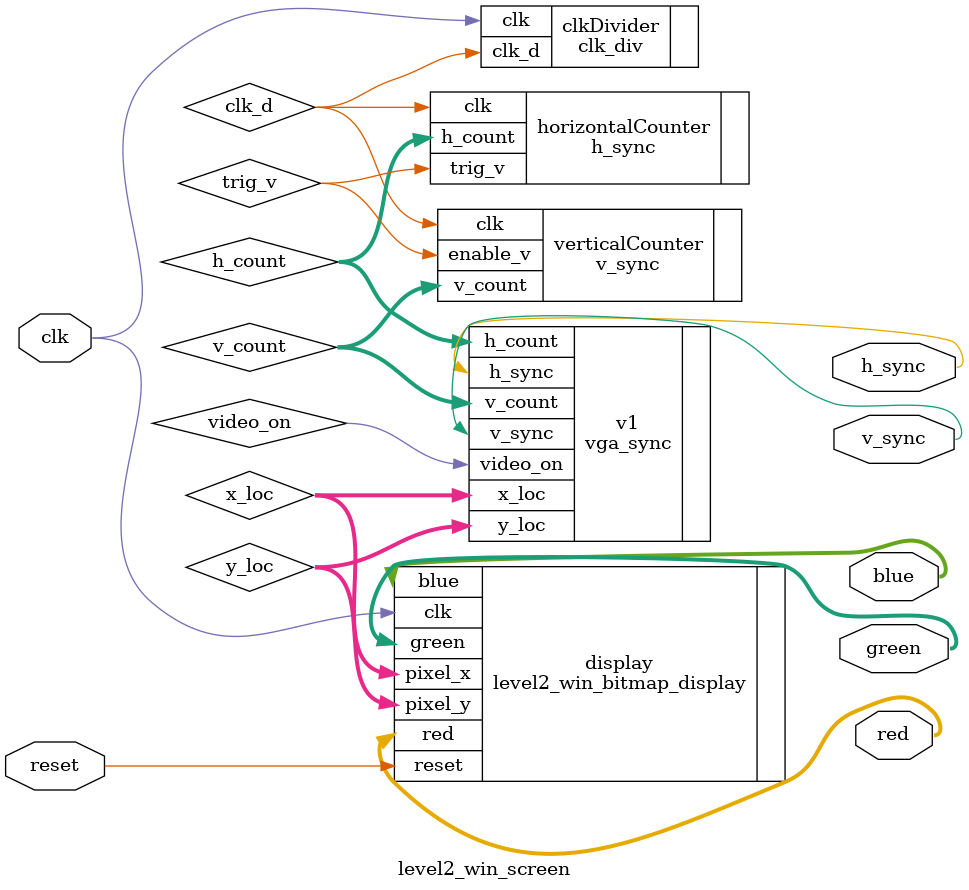
<source format=v>
`timescale 1ns / 1ps
module level2_win_screen(
    input clk,                    // System clock
    input reset,                  // Reset input
    output h_sync,                // Horizontal sync for VGA
    output v_sync,                // Vertical sync for VGA
    output [3:0] red,         // Red color output
    output [3:0] green,       // Green color output
    output [3:0] blue         // Blue color output
);

// Internal wires
wire clk_d;                     
wire [9:0] h_count;             
wire [9:0] v_count;             
wire video_on;                  
wire trig_v;                    
wire [9:0] x_loc;              
wire [9:0] y_loc;              

// Clock divider
clk_div clkDivider (
    .clk(clk),
    .clk_d(clk_d)
);

// Horizontal sync generator
h_sync horizontalCounter (
    .clk(clk_d),
    .h_count(h_count),
    .trig_v(trig_v)
);

// Vertical sync generator
v_sync verticalCounter (
    .clk(clk_d),
    .enable_v(trig_v),
    .v_count(v_count)
);

// VGA sync generator
vga_sync v1 (
    .h_count(h_count),
    .v_count(v_count),
    .h_sync(h_sync),
    .v_sync(v_sync),
    .video_on(video_on),
    .x_loc(x_loc),
    .y_loc(y_loc)
);

// VGA pixel output
level2_win_bitmap_display display (
    .clk(clk),
    .reset(reset),
    .pixel_x(x_loc),
    .pixel_y(y_loc),
    .red(red),
    .green(green),
    .blue(blue)
);

endmodule

</source>
